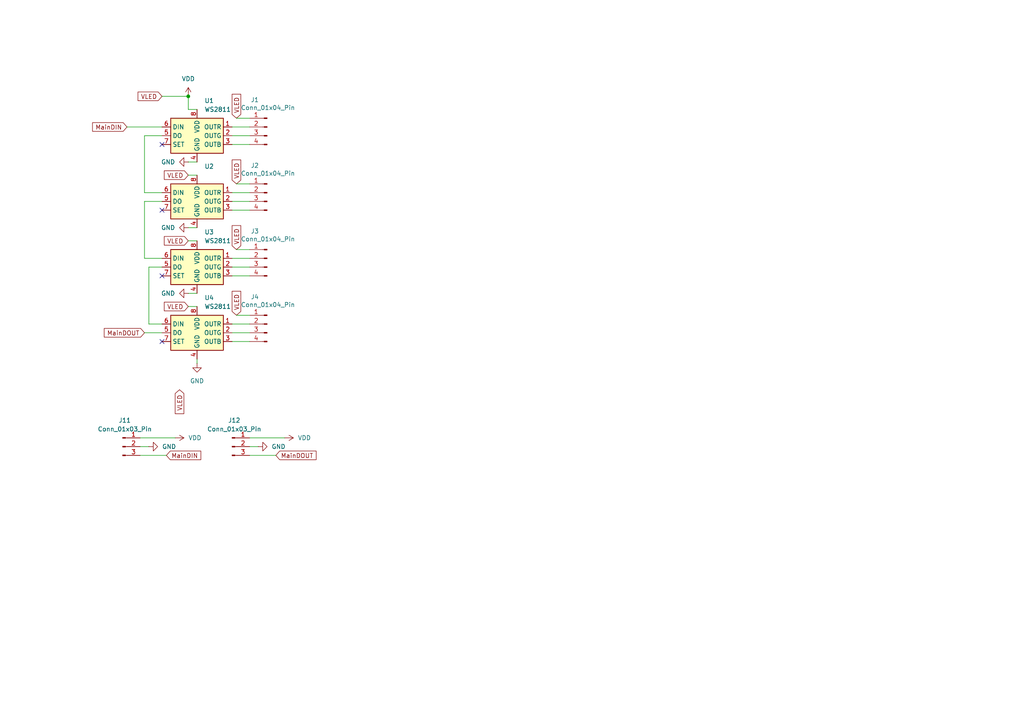
<source format=kicad_sch>
(kicad_sch (version 20250114) (generator "eeschema") (generator_version "9.0")
  (paper "A4")
  (lib_symbols
    (symbol "Connector:Conn_01x03_Pin" (pin_names (offset 1.016) (hide yes))
      (property "Reference" "J" (at 0 5.08 0))
      (property "Value" "Conn_01x03_Pin" (at 0 -5.08 0))
      (symbol "Conn_01x03_Pin_1_1"
        (rectangle (start 0.8636 2.667) (end 0 2.413) (stroke (width 0.1524)) (fill (type outline)))
        (rectangle (start 0.8636 0.127) (end 0 -0.127) (stroke (width 0.1524)) (fill (type outline)))
        (rectangle (start 0.8636 -2.413) (end 0 -2.667) (stroke (width 0.1524)) (fill (type outline)))
        (polyline (pts (xy 1.27 2.54) (xy 0.8636 2.54)) (stroke (width 0.1524)))
        (polyline (pts (xy 1.27 0) (xy 0.8636 0)) (stroke (width 0.1524)))
        (polyline (pts (xy 1.27 -2.54) (xy 0.8636 -2.54)) (stroke (width 0.1524)))
        (pin passive line (at 5.08 2.54 180) (length 3.81) (name "Pin_1") (number "1"))
        (pin passive line (at 5.08 0 180) (length 3.81) (name "Pin_2") (number "2"))
        (pin passive line (at 5.08 -2.54 180) (length 3.81) (name "Pin_3") (number "3"))
      )
    )
    (symbol "Connector:Conn_01x04_Pin" (pin_names (offset 1.016) (hide yes))
      (property "Reference" "J" (at 0 5.08 0))
      (property "Value" "Conn_01x04_Pin" (at 0 -7.62 0))
      (symbol "Conn_01x04_Pin_1_1"
        (rectangle (start 0.8636 2.667) (end 0 2.413) (stroke (width 0.1524)) (fill (type outline)))
        (rectangle (start 0.8636 0.127) (end 0 -0.127) (stroke (width 0.1524)) (fill (type outline)))
        (rectangle (start 0.8636 -2.413) (end 0 -2.667) (stroke (width 0.1524)) (fill (type outline)))
        (rectangle (start 0.8636 -4.953) (end 0 -5.207) (stroke (width 0.1524)) (fill (type outline)))
        (polyline (pts (xy 1.27 2.54) (xy 0.8636 2.54)) (stroke (width 0.1524)))
        (polyline (pts (xy 1.27 0) (xy 0.8636 0)) (stroke (width 0.1524)))
        (polyline (pts (xy 1.27 -2.54) (xy 0.8636 -2.54)) (stroke (width 0.1524)))
        (polyline (pts (xy 1.27 -5.08) (xy 0.8636 -5.08)) (stroke (width 0.1524)))
        (pin passive line (at 5.08 2.54 180) (length 3.81) (name "Pin_1") (number "1"))
        (pin passive line (at 5.08 0 180) (length 3.81) (name "Pin_2") (number "2"))
        (pin passive line (at 5.08 -2.54 180) (length 3.81) (name "Pin_3") (number "3"))
        (pin passive line (at 5.08 -5.08 180) (length 3.81) (name "Pin_4") (number "4"))
      )
    )
    (symbol "Driver_LED:WS2811"
      (property "Reference" "U" (at -6.35 6.35 0))
      (property "Value" "WS2811" (at 5.08 6.35 0))
      (symbol "WS2811_0_1"
        (rectangle (start -7.62 5.08) (end 7.62 -5.08) (stroke (width 0.254)) (fill (type background)))
      )
      (symbol "WS2811_1_1"
        (pin input line (at -10.16 2.54 0) (length 2.54) (name "DIN") (number "6"))
        (pin output line (at -10.16 0 0) (length 2.54) (name "DO") (number "5"))
        (pin input line (at -10.16 -2.54 0) (length 2.54) (name "SET") (number "7"))
        (pin power_in line (at 0 7.62 270) (length 2.54) (name "VDD") (number "8"))
        (pin power_in line (at 0 -7.62 90) (length 2.54) (name "GND") (number "4"))
        (pin output line (at 10.16 2.54 180) (length 2.54) (name "OUTR") (number "1"))
        (pin output line (at 10.16 0 180) (length 2.54) (name "OUTG") (number "2"))
        (pin output line (at 10.16 -2.54 180) (length 2.54) (name "OUTB") (number "3"))
      )
    )
    (symbol "power:GND" (power) (pin_numbers (hide yes)) (pin_names (offset 0) (hide yes))
      (property "Value" "GND" (at 0 -3.81 0))
      (symbol "GND_0_1"
        (polyline (pts (xy 0 0) (xy 0 -1.27) (xy 1.27 -1.27) (xy 0 -2.54) (xy -1.27 -1.27) (xy 0 -1.27)))
      )
      (symbol "GND_1_1"
        (pin power_in line (at 0 0 270) (length 0) (name "~") (number "1"))
      )
    )
    (symbol "power:VDD" (power) (pin_numbers (hide yes)) (pin_names (offset 0) (hide yes))
      (property "Value" "VDD" (at 0 3.556 0))
      (symbol "VDD_0_1"
        (polyline (pts (xy -0.762 1.27) (xy 0 2.54)))
        (polyline (pts (xy 0 2.54) (xy 0.762 1.27)))
        (polyline (pts (xy 0 0) (xy 0 2.54)))
      )
      (symbol "VDD_1_1"
        (pin power_in line (at 0 0 90) (length 0) (name "~") (number "1"))
      )
    )
  )
  (junction (at 54.61 27.94))
  (no_connect (at 46.99 99.06))
  (no_connect (at 46.99 80.01))
  (no_connect (at 46.99 60.96))
  (no_connect (at 46.99 41.91))
  (wire (pts (xy 46.99 27.94) (xy 54.61 27.94)))
  (wire (pts (xy 67.31 96.52) (xy 72.39 96.52)))
  (wire (pts (xy 67.31 74.93) (xy 72.39 74.93)))
  (wire (pts (xy 67.31 55.88) (xy 72.39 55.88)))
  (wire (pts (xy 36.83 36.83) (xy 46.99 36.83)))
  (wire (pts (xy 46.99 39.37) (xy 41.91 39.37)))
  (wire (pts (xy 46.99 96.52) (xy 41.91 96.52)))
  (wire (pts (xy 54.61 31.75) (xy 57.15 31.75)))
  (wire (pts (xy 67.31 77.47) (xy 72.39 77.47)))
  (wire (pts (xy 54.61 46.99) (xy 57.15 46.99)))
  (wire (pts (xy 40.64 129.54) (xy 43.18 129.54)))
  (wire (pts (xy 72.39 127) (xy 82.55 127)))
  (wire (pts (xy 57.15 105.41) (xy 57.15 104.14)))
  (wire (pts (xy 67.31 80.01) (xy 72.39 80.01)))
  (wire (pts (xy 40.64 127) (xy 50.8 127)))
  (wire (pts (xy 54.61 85.09) (xy 57.15 85.09)))
  (wire (pts (xy 40.64 132.08) (xy 48.26 132.08)))
  (wire (pts (xy 54.61 66.04) (xy 57.15 66.04)))
  (wire (pts (xy 43.18 77.47) (xy 43.18 93.98)))
  (wire (pts (xy 41.91 58.42) (xy 41.91 74.93)))
  (wire (pts (xy 46.99 77.47) (xy 43.18 77.47)))
  (wire (pts (xy 67.31 36.83) (xy 72.39 36.83)))
  (wire (pts (xy 41.91 55.88) (xy 46.99 55.88)))
  (wire (pts (xy 67.31 39.37) (xy 72.39 39.37)))
  (wire (pts (xy 46.99 58.42) (xy 41.91 58.42)))
  (wire (pts (xy 68.58 34.29) (xy 72.39 34.29)))
  (wire (pts (xy 68.58 53.34) (xy 72.39 53.34)))
  (wire (pts (xy 54.61 27.94) (xy 54.61 31.75)))
  (wire (pts (xy 68.58 91.44) (xy 72.39 91.44)))
  (wire (pts (xy 67.31 99.06) (xy 72.39 99.06)))
  (wire (pts (xy 68.58 72.39) (xy 72.39 72.39)))
  (wire (pts (xy 54.61 69.85) (xy 57.15 69.85)))
  (wire (pts (xy 67.31 60.96) (xy 72.39 60.96)))
  (wire (pts (xy 54.61 50.8) (xy 57.15 50.8)))
  (wire (pts (xy 41.91 39.37) (xy 41.91 55.88)))
  (wire (pts (xy 46.99 93.98) (xy 43.18 93.98)))
  (wire (pts (xy 67.31 93.98) (xy 72.39 93.98)))
  (wire (pts (xy 67.31 41.91) (xy 72.39 41.91)))
  (wire (pts (xy 54.61 88.9) (xy 57.15 88.9)))
  (wire (pts (xy 67.31 58.42) (xy 72.39 58.42)))
  (wire (pts (xy 72.39 132.08) (xy 80.01 132.08)))
  (wire (pts (xy 72.39 129.54) (xy 74.93 129.54)))
  (wire (pts (xy 41.91 74.93) (xy 46.99 74.93)))
  (global_label "VLED" (shape input) (at 54.61 50.8 180) (property "Intersheetrefs" "${INTERSHEET_REFS}" (effects (hide yes))))
  (global_label "MainDIN" (shape input) (at 48.26 132.08 0) (property "Intersheetrefs" "${INTERSHEET_REFS}" (effects (hide yes))))
  (global_label "VLED" (shape input) (at 68.58 72.39 90) (property "Intersheetrefs" "${INTERSHEET_REFS}" (effects (hide yes))))
  (global_label "MainDOUT" (shape input) (at 80.01 132.08 0) (property "Intersheetrefs" "${INTERSHEET_REFS}" (effects (hide yes))))
  (global_label "MainDIN" (shape input) (at 36.83 36.83 180) (property "Intersheetrefs" "${INTERSHEET_REFS}" (effects (hide yes))))
  (global_label "VLED" (shape input) (at 54.61 69.85 180) (property "Intersheetrefs" "${INTERSHEET_REFS}" (effects (hide yes))))
  (global_label "VLED" (shape input) (at 52.07 113.03 270) (property "Intersheetrefs" "${INTERSHEET_REFS}" (effects (hide yes))))
  (global_label "VLED" (shape input) (at 68.58 91.44 90) (property "Intersheetrefs" "${INTERSHEET_REFS}" (effects (hide yes))))
  (global_label "MainDOUT" (shape input) (at 41.91 96.52 180) (property "Intersheetrefs" "${INTERSHEET_REFS}" (effects (hide yes))))
  (global_label "VLED" (shape input) (at 68.58 53.34 90) (property "Intersheetrefs" "${INTERSHEET_REFS}" (effects (hide yes))))
  (global_label "VLED" (shape input) (at 46.99 27.94 180) (property "Intersheetrefs" "${INTERSHEET_REFS}" (effects (hide yes))))
  (global_label "VLED" (shape input) (at 68.58 34.29 90) (property "Intersheetrefs" "${INTERSHEET_REFS}" (effects (hide yes))))
  (global_label "VLED" (shape input) (at 54.61 88.9 180) (property "Intersheetrefs" "${INTERSHEET_REFS}" (effects (hide yes))))
  (symbol (lib_id "Driver_LED:WS2811") (at 57.15 77.47 0) (unit 1)
    (property "Reference" "U3" (at 59.2933 67.31 0) (effects (justify left)))
    (property "Value" "WS2811" (at 59.2933 69.85 0) (effects (justify left)))
    (property "Footprint" "Package_SO:SOIC-8_3.9x4.9mm_P1.27mm" (effects (hide yes)))
    (property "Datasheet" "https://cdn-shop.adafruit.com/datasheets/WS2811.pdf" (effects (hide yes)))
    (property "Description" "3-Channel 8-Bit PWM LED Driver, DIP-8/SOIC-8" (effects (hide yes)))
  )
  (symbol (lib_id "Connector:Conn_01x04_Pin") (at 77.47 36.83 0) (mirror y) (unit 1)
    (property "Reference" "J1" (at 73.914 28.956 0))
    (property "Value" "Conn_01x04_Pin" (at 77.724 31.242 0))
    (property "Footprint" "Connector_PinHeader_2.54mm:PinHeader_1x04_P2.54mm_Vertical" (effects (hide yes)))
    (property "Description" "Generic connector, single row, 01x04, script generated" (effects (hide yes)))
  )
  (symbol (lib_id "Connector:Conn_01x04_Pin") (at 77.47 55.88 0) (mirror y) (unit 1)
    (property "Reference" "J2" (at 73.914 48.006 0))
    (property "Value" "Conn_01x04_Pin" (at 77.724 50.292 0))
    (property "Footprint" "Connector_PinHeader_2.54mm:PinHeader_1x04_P2.54mm_Vertical" (effects (hide yes)))
    (property "Description" "Generic connector, single row, 01x04, script generated" (effects (hide yes)))
  )
  (symbol (lib_id "power:VDD") (at 54.61 27.94 0) (unit 1)
    (property "Reference" "#PWR012" (effects (hide yes)))
    (property "Value" "VDD" (at 54.61 22.86 0))
    (property "Description" "Power symbol creates a global label with name \"VDD\"" (effects (hide yes)))
  )
  (symbol (lib_id "power:GND") (at 54.61 85.09 270) (unit 1)
    (property "Reference" "#PWR02" (effects (hide yes)))
    (property "Value" "GND" (at 50.8 85.0899 90) (effects (justify right)))
    (property "Description" "Power symbol creates a global label with name \"GND\" , ground" (effects (hide yes)))
  )
  (symbol (lib_id "power:GND") (at 74.93 129.54 90) (unit 1)
    (property "Reference" "#PWR014" (effects (hide yes)))
    (property "Value" "GND" (at 78.74 129.5399 90) (effects (justify right)))
    (property "Description" "Power symbol creates a global label with name \"GND\" , ground" (effects (hide yes)))
  )
  (symbol (lib_id "Driver_LED:WS2811") (at 57.15 96.52 0) (unit 1)
    (property "Reference" "U4" (at 59.2933 86.36 0) (effects (justify left)))
    (property "Value" "WS2811" (at 59.2933 88.9 0) (effects (justify left)))
    (property "Footprint" "Package_SO:SOIC-8_3.9x4.9mm_P1.27mm" (effects (hide yes)))
    (property "Datasheet" "https://cdn-shop.adafruit.com/datasheets/WS2811.pdf" (effects (hide yes)))
    (property "Description" "3-Channel 8-Bit PWM LED Driver, DIP-8/SOIC-8" (effects (hide yes)))
  )
  (symbol (lib_id "Connector:Conn_01x04_Pin") (at 77.47 74.93 0) (mirror y) (unit 1)
    (property "Reference" "J3" (at 73.914 67.056 0))
    (property "Value" "Conn_01x04_Pin" (at 77.724 69.342 0))
    (property "Footprint" "Connector_PinHeader_2.54mm:PinHeader_1x04_P2.54mm_Vertical" (effects (hide yes)))
    (property "Description" "Generic connector, single row, 01x04, script generated" (effects (hide yes)))
  )
  (symbol (lib_id "power:GND") (at 54.61 46.99 270) (unit 1)
    (property "Reference" "#PWR03" (effects (hide yes)))
    (property "Value" "GND" (at 50.8 46.9899 90) (effects (justify right)))
    (property "Description" "Power symbol creates a global label with name \"GND\" , ground" (effects (hide yes)))
  )
  (symbol (lib_id "power:GND") (at 54.61 66.04 270) (unit 1)
    (property "Reference" "#PWR01" (effects (hide yes)))
    (property "Value" "GND" (at 50.8 66.0399 90) (effects (justify right)))
    (property "Description" "Power symbol creates a global label with name \"GND\" , ground" (effects (hide yes)))
  )
  (symbol (lib_id "power:GND") (at 57.15 105.41 0) (unit 1)
    (property "Reference" "#PWR04" (effects (hide yes)))
    (property "Value" "GND" (at 57.15 110.49 0))
    (property "Description" "Power symbol creates a global label with name \"GND\" , ground" (effects (hide yes)))
  )
  (symbol (lib_id "power:VDD") (at 82.55 127 270) (unit 1)
    (property "Reference" "#PWR011" (effects (hide yes)))
    (property "Value" "VDD" (at 86.36 126.9999 90) (effects (justify left)))
    (property "Description" "Power symbol creates a global label with name \"VDD\"" (effects (hide yes)))
  )
  (symbol (lib_id "power:GND") (at 43.18 129.54 90) (unit 1)
    (property "Reference" "#PWR015" (effects (hide yes)))
    (property "Value" "GND" (at 46.99 129.5399 90) (effects (justify right)))
    (property "Description" "Power symbol creates a global label with name \"GND\" , ground" (effects (hide yes)))
  )
  (symbol (lib_id "Connector:Conn_01x03_Pin") (at 67.31 129.54 0) (unit 1)
    (property "Reference" "J12" (at 67.945 121.92 0))
    (property "Value" "Conn_01x03_Pin" (at 67.945 124.46 0))
    (property "Footprint" "Connector_PinHeader_2.54mm:PinHeader_1x03_P2.54mm_Vertical" (effects (hide yes)))
    (property "Description" "Generic connector, single row, 01x03, script generated" (effects (hide yes)))
  )
  (symbol (lib_id "Driver_LED:WS2811") (at 57.15 58.42 0) (unit 1)
    (property "Reference" "U2" (at 59.2933 48.26 0) (effects (justify left)))
    (property "Value" "WS2811" (effects (hide yes)))
    (property "Footprint" "Package_SO:SOIC-8_3.9x4.9mm_P1.27mm" (effects (hide yes)))
    (property "Datasheet" "https://cdn-shop.adafruit.com/datasheets/WS2811.pdf" (effects (hide yes)))
    (property "Description" "3-Channel 8-Bit PWM LED Driver, DIP-8/SOIC-8" (effects (hide yes)))
  )
  (symbol (lib_id "power:VDD") (at 50.8 127 270) (unit 1)
    (property "Reference" "#PWR010" (effects (hide yes)))
    (property "Value" "VDD" (at 54.61 126.9999 90) (effects (justify left)))
    (property "Description" "Power symbol creates a global label with name \"VDD\"" (effects (hide yes)))
  )
  (symbol (lib_id "Connector:Conn_01x04_Pin") (at 77.47 93.98 0) (mirror y) (unit 1)
    (property "Reference" "J4" (at 73.914 86.106 0))
    (property "Value" "Conn_01x04_Pin" (at 77.724 88.392 0))
    (property "Footprint" "Connector_PinHeader_2.54mm:PinHeader_1x04_P2.54mm_Vertical" (effects (hide yes)))
    (property "Description" "Generic connector, single row, 01x04, script generated" (effects (hide yes)))
  )
  (symbol (lib_id "Driver_LED:WS2811") (at 57.15 39.37 0) (unit 1)
    (property "Reference" "U1" (at 59.2933 29.21 0) (effects (justify left)))
    (property "Value" "WS2811" (at 59.2933 31.75 0) (effects (justify left)))
    (property "Footprint" "Package_SO:SOIC-8_3.9x4.9mm_P1.27mm" (effects (hide yes)))
    (property "Datasheet" "https://cdn-shop.adafruit.com/datasheets/WS2811.pdf" (effects (hide yes)))
    (property "Description" "3-Channel 8-Bit PWM LED Driver, DIP-8/SOIC-8" (effects (hide yes)))
  )
  (symbol (lib_id "Connector:Conn_01x03_Pin") (at 35.56 129.54 0) (unit 1)
    (property "Reference" "J11" (at 36.195 121.92 0))
    (property "Value" "Conn_01x03_Pin" (at 36.195 124.46 0))
    (property "Footprint" "Connector_PinHeader_2.54mm:PinHeader_1x03_P2.54mm_Vertical" (effects (hide yes)))
    (property "Description" "Generic connector, single row, 01x03, script generated" (effects (hide yes)))
  )
)
</source>
